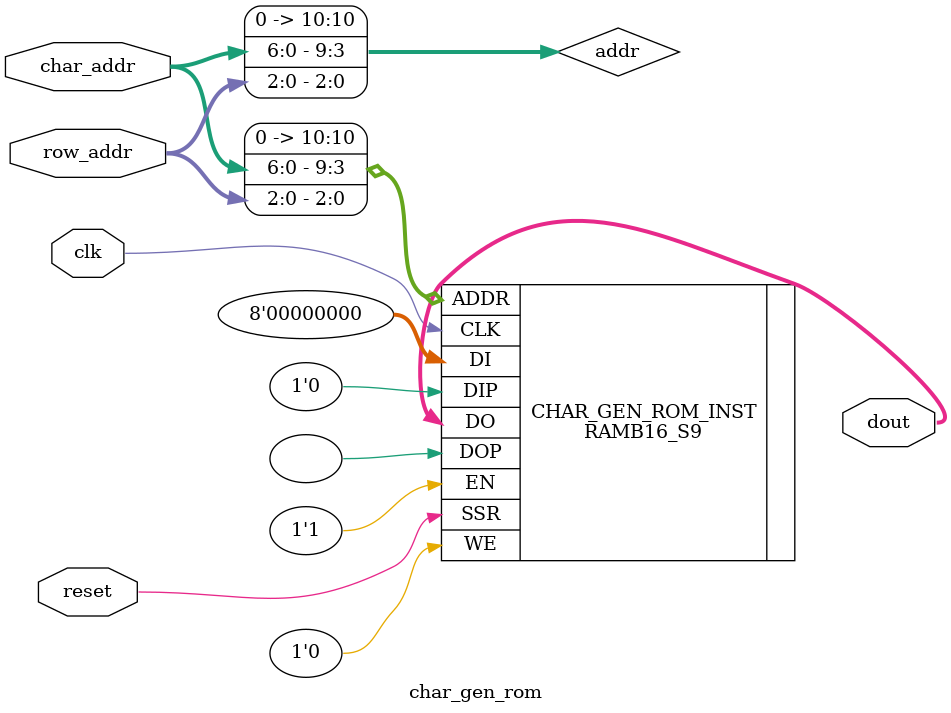
<source format=v>

`default_nettype none
`timescale 1ns / 1ps

module char_gen_rom(clk, reset, char_addr, row_addr, dout);
	input clk;
	input reset;
	input [6:0] char_addr;
	input [2:0] row_addr;
	output [7:0] dout;
	
	wire clk;
	wire reset;
	wire [6:0] char_addr;
	wire [2:0] row_addr;
	wire [7:0] dout;
	
	wire [10:0] addr;
	
	assign addr = {1'b0, char_addr, row_addr};
	
	RAMB16_S9 #(
		.INIT_00(256'h0000000000000000000000000000000000000000000000000000000000000000),
		.INIT_01(256'h0000000000000000000000000000000000000000000000000000000000000000),
		.INIT_02(256'h0000000000000000000000000000000000000000000000000000000000000000),
		.INIT_03(256'h0000000000000000000000000000000000000000000000000000000000000000),
		.INIT_04(256'h0000000000000000000000000000000000000000000000000000000000000000),
		.INIT_05(256'h0000000000000000000000000000000000000000000000000000000000000000),
		.INIT_06(256'h0000000000000000000000000000000000000000000000000000000000000000),
		.INIT_07(256'h0000000000000000000000000000000000000000000000000000000000000000),
		.INIT_08(256'h0014147F147F1414000000000012243600080008080808080000000000000000), // #,",!, 
		.INIT_09(256'h0000000000081018004C322254081408002152240812254200083E483E093E08), // ',&,%,$
		.INIT_0A(256'h000808087F08080800492A1C7F1C2A4900040810101008040020100808081020), // +,*,),(
		.INIT_0B(256'h00010204081020400006060000000000000000007F0000000002040600000000), // /,.,-,,
		.INIT_0C(256'h001C22201820221C003E02041820221C001C080808080C080018244242422418), // 3,2,1,0
		.INIT_0D(256'h001010202040407E003C42423E02423C001E20201E02023E0020207E22242830), // 7,6,5,4
		.INIT_0E(256'h0004080C00000C000000000C00000C00003C42407C42423C003C42423C42423C), // ;,:,9,8
		.INIT_0F(256'h000800081020221C00040810201008040000003E003E00000020100804081020), // ?,>,=,<
		.INIT_10(256'h001C22010101221C003F41413F41413F0041417F2236141C005C2A155549221E), // C,B,A,@
		.INIT_11(256'h001C22710101221C000101013F01017F007F01013F01017F001F21414141211F), // G,F,E,D
		.INIT_12(256'h0022120A060A1222000E11101010103E001C08080808081C004141417F414141), // K,J,I,H
		.INIT_13(256'h001C22414141221C00416151494543410041414149556341003E020202020202),// O,N,M,L
		.INIT_14(256'h003C42403C02423C002111093F41413F005C26594141221C000101013F41413F), // S,R,Q,P
		.INIT_15(256'h00225555554949490008141422224141001C224141414141000808080808087F), // W,V,U,T
		.INIT_16(256'h0038080808080838003F02040810203F00080808081422410041221408142241), // [,Z,Y,X
		.INIT_17(256'h007F0000000000000000000000221408001C10101010101C0008083E083E1422), // _,^,],\
		.INIT_18(256'h0038040438000000001E22221E020200003C223C201C00000000000000180810), // c,b,a,`
		.INIT_19(256'h001C221C0C122C00000808081C081000001C021E221C0000003C22223C202000), // g,f,e,d
		.INIT_1A(256'h0024140C14240400000C1210100010000008080800080000002424241C040400), // k,j,i,h
		.INIT_1B(256'h0018242424180000002828282814000000545454542A00000018080808080800), // o,n,m,l
		.INIT_1C(256'h0018201804180000000404040C34000000202038243800000004041C241C0000), // s,r,q,p
		.INIT_1D(256'h00142A2A2A2200000008141422220000001824242424000000180808081C0800), // w,v,u,t
		.INIT_1E(256'h001008080C080810003E0408103E000000020408142200000022140814220000), // {,z,y,x
		.INIT_1F(256'h0000000000000000000000000000142800040808180808040008080808080808), //  ,~,},|
		.INIT_20(256'h0000000000000000000000000000000000000000000000000000000000000000),
		.INIT_21(256'h0000000000000000000000000000000000000000000000000000000000000000),
		.INIT_22(256'h0000000000000000000000000000000000000000000000000000000000000000),
		.INIT_23(256'h0000000000000000000000000000000000000000000000000000000000000000),
		.INIT_24(256'h0000000000000000000000000000000000000000000000000000000000000000),
		.INIT_25(256'h0000000000000000000000000000000000000000000000000000000000000000),
		.INIT_26(256'h0000000000000000000000000000000000000000000000000000000000000000),
		.INIT_27(256'h0000000000000000000000000000000000000000000000000000000000000000),
		.INIT_28(256'h0000000000000000000000000000000000000000000000000000000000000000),
		.INIT_29(256'h0000000000000000000000000000000000000000000000000000000000000000),
		.INIT_2A(256'h0000000000000000000000000000000000000000000000000000000000000000),
		.INIT_2B(256'h0000000000000000000000000000000000000000000000000000000000000000),
		.INIT_2C(256'h0000000000000000000000000000000000000000000000000000000000000000),
		.INIT_2D(256'h0000000000000000000000000000000000000000000000000000000000000000),
		.INIT_2E(256'h0000000000000000000000000000000000000000000000000000000000000000),
		.INIT_2F(256'h0000000000000000000000000000000000000000000000000000000000000000),
		.INIT_31(256'h0000000000000000000000000000000000000000000000000000000000000000),
		.INIT_32(256'h0000000000000000000000000000000000000000000000000000000000000000),
		.INIT_33(256'h0000000000000000000000000000000000000000000000000000000000000000),
		.INIT_34(256'h0000000000000000000000000000000000000000000000000000000000000000),
		.INIT_35(256'h0000000000000000000000000000000000000000000000000000000000000000),
		.INIT_36(256'h0000000000000000000000000000000000000000000000000000000000000000),
		.INIT_37(256'h0000000000000000000000000000000000000000000000000000000000000000),
		.INIT_38(256'h0000000000000000000000000000000000000000000000000000000000000000),
		.INIT_39(256'h0000000000000000000000000000000000000000000000000000000000000000),
		.INIT_3A(256'h0000000000000000000000000000000000000000000000000000000000000000),
		.INIT_3B(256'h0000000000000000000000000000000000000000000000000000000000000000),
		.INIT_3C(256'h0000000000000000000000000000000000000000000000000000000000000000),
		.INIT_3D(256'h0000000000000000000000000000000000000000000000000000000000000000),
		.INIT_3E(256'h0000000000000000000000000000000000000000000000000000000000000000),
		.INIT_3F(256'h0000000000000000000000000000000000000000000000000000000000000000),
		.INITP_00(256'h0000000000000000000000000000000000000000000000000000000000000000),
		.INITP_01(256'h0000000000000000000000000000000000000000000000000000000000000000),
		.INITP_02(256'h0000000000000000000000000000000000000000000000000000000000000000),
		.INITP_03(256'h0000000000000000000000000000000000000000000000000000000000000000),
		.INITP_04(256'h0000000000000000000000000000000000000000000000000000000000000000),
		.INITP_05(256'h0000000000000000000000000000000000000000000000000000000000000000),
		.INITP_06(256'h0000000000000000000000000000000000000000000000000000000000000000),
		.INITP_07(256'h0000000000000000000000000000000000000000000000000000000000000000)
	) CHAR_GEN_ROM_INST (
		.DO(dout),
		.DOP(),
		.ADDR(addr),
		.CLK(clk),
		.DI(8'd0),
		.DIP(1'b0),
		.EN(1'b1),
		.SSR(reset),
		.WE(1'b0)
	);
endmodule

</source>
